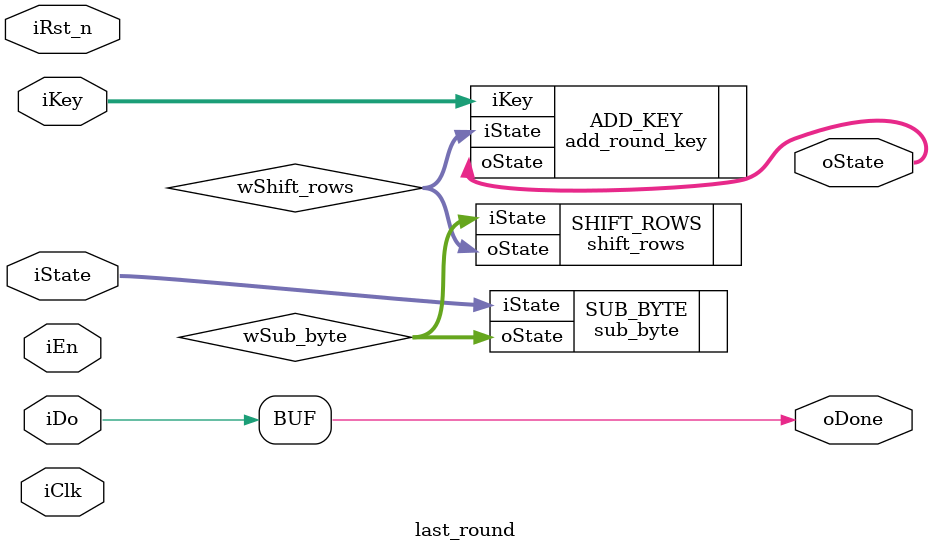
<source format=v>
module last_round(
input iClk,
input iRst_n,
input iEn,
input iDo,
input  [0:127] iState,
input  [0:127] iKey,
output [0:127] oState,
output oDone
);

reg rDone;
reg [0:127] rState;
wire [0:127] wSub_byte;
wire [0:127] wShift_rows;
wire [0:127] wAdd_round_key;

/*Sub Byte*/
sub_byte SUB_BYTE(
.iState(iState),
.oState(wSub_byte)
);

/*Shift Rows*/
shift_rows SHIFT_ROWS(
.iState(wSub_byte),
.oState(wShift_rows)
);

/*Add Round Key*/
add_round_key ADD_KEY(
.iKey(iKey),
.iState(wShift_rows),
.oState(oState)
);

/*//Passing round indicator
always @(posedge iClk) begin
	if(~iRst_n)		rDone <= 1'b0;
	else if(iEn)	rDone <= iDo;
	else			rDone <= rDone;
end
*/
//Buffer output //ignored
/*always @(posedge iClk) begin
	if(~iRst_n) 	rState <= 128'd0;
	else if(iEn)	rState <= wAdd_round_key;
	else			rState <= rState;
end
*/
//Output
//assign oState = rState;
//assign oDone = rDone;
assign oDone = iDo;
endmodule

</source>
